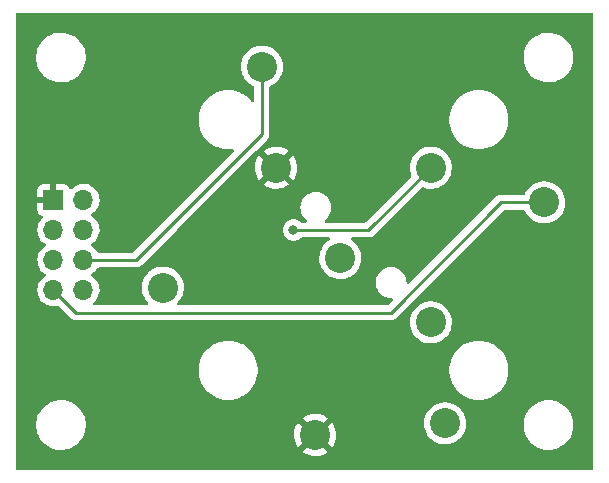
<source format=gbr>
%TF.GenerationSoftware,KiCad,Pcbnew,(6.0.0)*%
%TF.CreationDate,2021-12-29T20:26:28-08:00*%
%TF.ProjectId,enc_breakout,656e635f-6272-4656-916b-6f75742e6b69,rev?*%
%TF.SameCoordinates,Original*%
%TF.FileFunction,Copper,L2,Bot*%
%TF.FilePolarity,Positive*%
%FSLAX46Y46*%
G04 Gerber Fmt 4.6, Leading zero omitted, Abs format (unit mm)*
G04 Created by KiCad (PCBNEW (6.0.0)) date 2021-12-29 20:26:28*
%MOMM*%
%LPD*%
G01*
G04 APERTURE LIST*
%TA.AperFunction,ComponentPad*%
%ADD10C,2.540000*%
%TD*%
%TA.AperFunction,ComponentPad*%
%ADD11R,1.700000X1.700000*%
%TD*%
%TA.AperFunction,ComponentPad*%
%ADD12O,1.700000X1.700000*%
%TD*%
%TA.AperFunction,ViaPad*%
%ADD13C,0.800000*%
%TD*%
%TA.AperFunction,Conductor*%
%ADD14C,0.250000*%
%TD*%
G04 APERTURE END LIST*
D10*
%TO.P,X1,A,A*%
%TO.N,ENC_A*%
X156407809Y-97987809D03*
%TO.P,X1,B,B*%
%TO.N,ENC_B*%
X156407809Y-84892191D03*
%TO.P,X1,COM_A,COMA*%
%TO.N,GND*%
X143312191Y-84892191D03*
%TO.P,X1,COM_B,COM_B*%
X146607309Y-107519608D03*
%TO.P,X1,S1,1*%
%TO.N,ENC_BN*%
X148749842Y-92550158D03*
%TO.P,X1,S2,S2*%
%TO.N,ENC_DN*%
X157609890Y-106543801D03*
%TO.P,X1,S3,S3*%
%TO.N,ENC_RT*%
X166010319Y-87833755D03*
%TO.P,X1,S4,S4*%
%TO.N,ENC_UP*%
X142110110Y-76336199D03*
%TO.P,X1,S5,S5*%
%TO.N,ENC_LF*%
X133709681Y-95046245D03*
%TD*%
D11*
%TO.P,J1,1,Pin_1*%
%TO.N,GND*%
X124460000Y-87630000D03*
D12*
%TO.P,J1,2,Pin_2*%
%TO.N,ENC_BN*%
X127000000Y-87630000D03*
%TO.P,J1,3,Pin_3*%
%TO.N,ENC_B*%
X124460000Y-90170000D03*
%TO.P,J1,4,Pin_4*%
%TO.N,ENC_A*%
X127000000Y-90170000D03*
%TO.P,J1,5,Pin_5*%
%TO.N,ENC_LF*%
X124460000Y-92710000D03*
%TO.P,J1,6,Pin_6*%
%TO.N,ENC_UP*%
X127000000Y-92710000D03*
%TO.P,J1,7,Pin_7*%
%TO.N,ENC_RT*%
X124460000Y-95250000D03*
%TO.P,J1,8,Pin_8*%
%TO.N,ENC_DN*%
X127000000Y-95250000D03*
%TD*%
D13*
%TO.N,ENC_B*%
X144780000Y-90170000D03*
%TD*%
D14*
%TO.N,ENC_UP*%
X131445000Y-92710000D02*
X142110110Y-82044890D01*
X127000000Y-92710000D02*
X131445000Y-92710000D01*
X142110110Y-82044890D02*
X142110110Y-76336199D01*
%TO.N,ENC_B*%
X151130000Y-90170000D02*
X144780000Y-90170000D01*
X156407809Y-84892191D02*
X151130000Y-90170000D01*
%TO.N,ENC_RT*%
X162356245Y-87833755D02*
X166010319Y-87833755D01*
X153035000Y-97155000D02*
X162356245Y-87833755D01*
X126365000Y-97155000D02*
X153035000Y-97155000D01*
X124460000Y-95250000D02*
X126365000Y-97155000D01*
%TO.N,ENC_B*%
X124460000Y-90170000D02*
X124904726Y-90170000D01*
%TD*%
%TA.AperFunction,Conductor*%
%TO.N,GND*%
G36*
X170084121Y-71775002D02*
G01*
X170130614Y-71828658D01*
X170142000Y-71881000D01*
X170142000Y-110364000D01*
X170121998Y-110432121D01*
X170068342Y-110478614D01*
X170016000Y-110490000D01*
X121411000Y-110490000D01*
X121342879Y-110469998D01*
X121296386Y-110416342D01*
X121285000Y-110364000D01*
X121285000Y-108943050D01*
X145548612Y-108943050D01*
X145557326Y-108954570D01*
X145658703Y-109028904D01*
X145666602Y-109033840D01*
X145892210Y-109152538D01*
X145900759Y-109156255D01*
X146141422Y-109240298D01*
X146150431Y-109242712D01*
X146400881Y-109290262D01*
X146410136Y-109291316D01*
X146664866Y-109301325D01*
X146674180Y-109300999D01*
X146927579Y-109273248D01*
X146936756Y-109271547D01*
X147183269Y-109206645D01*
X147192089Y-109203608D01*
X147426306Y-109102981D01*
X147434578Y-109098674D01*
X147651345Y-108964535D01*
X147658888Y-108959055D01*
X147660581Y-108957622D01*
X147669019Y-108944819D01*
X147662954Y-108934463D01*
X146620121Y-107891630D01*
X146606177Y-107884016D01*
X146604344Y-107884147D01*
X146597729Y-107888398D01*
X145555270Y-108930857D01*
X145548612Y-108943050D01*
X121285000Y-108943050D01*
X121285000Y-106812703D01*
X122985743Y-106812703D01*
X123023268Y-107097734D01*
X123099129Y-107375036D01*
X123100813Y-107378984D01*
X123202392Y-107617130D01*
X123211923Y-107639476D01*
X123223693Y-107659142D01*
X123319303Y-107818894D01*
X123359561Y-107886161D01*
X123539313Y-108110528D01*
X123559475Y-108129661D01*
X123736795Y-108297931D01*
X123747851Y-108308423D01*
X123981317Y-108476186D01*
X123985112Y-108478195D01*
X123985113Y-108478196D01*
X124006869Y-108489715D01*
X124235392Y-108610712D01*
X124505373Y-108709511D01*
X124786264Y-108770755D01*
X124814841Y-108773004D01*
X125009282Y-108788307D01*
X125009291Y-108788307D01*
X125011739Y-108788500D01*
X125167271Y-108788500D01*
X125169407Y-108788354D01*
X125169418Y-108788354D01*
X125377548Y-108774165D01*
X125377554Y-108774164D01*
X125381825Y-108773873D01*
X125386020Y-108773004D01*
X125386022Y-108773004D01*
X125522583Y-108744724D01*
X125663342Y-108715574D01*
X125934343Y-108619607D01*
X126189812Y-108487750D01*
X126193313Y-108485289D01*
X126193317Y-108485287D01*
X126351228Y-108374305D01*
X126425023Y-108322441D01*
X126526358Y-108228275D01*
X126632479Y-108129661D01*
X126632481Y-108129658D01*
X126635622Y-108126740D01*
X126817713Y-107904268D01*
X126967927Y-107659142D01*
X127033384Y-107510028D01*
X127047616Y-107477607D01*
X144825158Y-107477607D01*
X144837389Y-107732227D01*
X144838526Y-107741487D01*
X144888256Y-107991502D01*
X144890750Y-108000495D01*
X144976887Y-108240405D01*
X144980687Y-108248940D01*
X145101340Y-108473485D01*
X145106354Y-108481356D01*
X145172463Y-108569887D01*
X145183723Y-108578337D01*
X145196141Y-108571566D01*
X146235287Y-107532420D01*
X146241665Y-107520740D01*
X146971717Y-107520740D01*
X146971848Y-107522573D01*
X146976099Y-107529188D01*
X148021695Y-108574784D01*
X148034075Y-108581544D01*
X148042416Y-108575300D01*
X148171700Y-108374305D01*
X148176147Y-108366114D01*
X148280845Y-108133693D01*
X148284040Y-108124915D01*
X148353232Y-107879576D01*
X148355090Y-107870447D01*
X148387453Y-107616052D01*
X148387934Y-107609766D01*
X148390212Y-107522768D01*
X148390061Y-107516459D01*
X148371056Y-107260718D01*
X148369679Y-107251512D01*
X148313418Y-107002870D01*
X148310694Y-106993959D01*
X148218299Y-106756366D01*
X148214288Y-106747957D01*
X148087791Y-106526635D01*
X148082578Y-106518906D01*
X148065400Y-106497115D01*
X155827014Y-106497115D01*
X155827238Y-106501781D01*
X155827238Y-106501786D01*
X155829408Y-106546961D01*
X155839697Y-106761153D01*
X155849951Y-106812703D01*
X155887778Y-107002870D01*
X155891268Y-107020417D01*
X155892847Y-107024815D01*
X155892849Y-107024822D01*
X155957704Y-107205457D01*
X155980594Y-107269211D01*
X155982811Y-107273337D01*
X156092569Y-107477607D01*
X156105712Y-107502068D01*
X156108507Y-107505812D01*
X156108509Y-107505814D01*
X156225735Y-107662799D01*
X156263875Y-107713874D01*
X156267182Y-107717152D01*
X156267187Y-107717158D01*
X156435509Y-107884016D01*
X156451608Y-107899975D01*
X156664786Y-108056284D01*
X156668921Y-108058460D01*
X156668925Y-108058462D01*
X156767887Y-108110528D01*
X156898726Y-108179366D01*
X157148290Y-108266517D01*
X157152883Y-108267389D01*
X157403405Y-108314952D01*
X157403408Y-108314952D01*
X157407994Y-108315823D01*
X157540064Y-108321013D01*
X157667465Y-108326019D01*
X157667471Y-108326019D01*
X157672133Y-108326202D01*
X157934905Y-108297423D01*
X157939416Y-108296235D01*
X157939418Y-108296235D01*
X158186014Y-108231312D01*
X158186016Y-108231311D01*
X158190537Y-108230121D01*
X158305081Y-108180909D01*
X158429119Y-108127618D01*
X158429121Y-108127617D01*
X158433413Y-108125773D01*
X158575808Y-108037656D01*
X158654222Y-107989132D01*
X158654224Y-107989131D01*
X158658197Y-107986672D01*
X158755537Y-107904268D01*
X158856386Y-107818894D01*
X158856388Y-107818892D01*
X158859953Y-107815874D01*
X159034246Y-107617130D01*
X159088734Y-107532420D01*
X159174721Y-107398737D01*
X159177249Y-107394807D01*
X159285820Y-107153789D01*
X159357573Y-106899371D01*
X159368599Y-106812703D01*
X164260743Y-106812703D01*
X164298268Y-107097734D01*
X164374129Y-107375036D01*
X164375813Y-107378984D01*
X164477392Y-107617130D01*
X164486923Y-107639476D01*
X164498693Y-107659142D01*
X164594303Y-107818894D01*
X164634561Y-107886161D01*
X164814313Y-108110528D01*
X164834475Y-108129661D01*
X165011795Y-108297931D01*
X165022851Y-108308423D01*
X165256317Y-108476186D01*
X165260112Y-108478195D01*
X165260113Y-108478196D01*
X165281869Y-108489715D01*
X165510392Y-108610712D01*
X165780373Y-108709511D01*
X166061264Y-108770755D01*
X166089841Y-108773004D01*
X166284282Y-108788307D01*
X166284291Y-108788307D01*
X166286739Y-108788500D01*
X166442271Y-108788500D01*
X166444407Y-108788354D01*
X166444418Y-108788354D01*
X166652548Y-108774165D01*
X166652554Y-108774164D01*
X166656825Y-108773873D01*
X166661020Y-108773004D01*
X166661022Y-108773004D01*
X166797583Y-108744724D01*
X166938342Y-108715574D01*
X167209343Y-108619607D01*
X167464812Y-108487750D01*
X167468313Y-108485289D01*
X167468317Y-108485287D01*
X167626228Y-108374305D01*
X167700023Y-108322441D01*
X167801358Y-108228275D01*
X167907479Y-108129661D01*
X167907481Y-108129658D01*
X167910622Y-108126740D01*
X168092713Y-107904268D01*
X168242927Y-107659142D01*
X168308384Y-107510028D01*
X168356757Y-107399830D01*
X168358483Y-107395898D01*
X168393396Y-107273337D01*
X168436068Y-107123534D01*
X168437244Y-107119406D01*
X168477751Y-106834784D01*
X168477845Y-106816951D01*
X168479235Y-106551583D01*
X168479235Y-106551576D01*
X168479257Y-106547297D01*
X168473266Y-106501786D01*
X168462190Y-106417660D01*
X168441732Y-106262266D01*
X168365871Y-105984964D01*
X168307546Y-105848224D01*
X168254763Y-105724476D01*
X168254761Y-105724472D01*
X168253077Y-105720524D01*
X168105439Y-105473839D01*
X167925687Y-105249472D01*
X167717149Y-105051577D01*
X167483683Y-104883814D01*
X167461843Y-104872250D01*
X167438654Y-104859972D01*
X167229608Y-104749288D01*
X166959627Y-104650489D01*
X166678736Y-104589245D01*
X166647685Y-104586801D01*
X166455718Y-104571693D01*
X166455709Y-104571693D01*
X166453261Y-104571500D01*
X166297729Y-104571500D01*
X166295593Y-104571646D01*
X166295582Y-104571646D01*
X166087452Y-104585835D01*
X166087446Y-104585836D01*
X166083175Y-104586127D01*
X166078980Y-104586996D01*
X166078978Y-104586996D01*
X165942417Y-104615276D01*
X165801658Y-104644426D01*
X165530657Y-104740393D01*
X165275188Y-104872250D01*
X165271687Y-104874711D01*
X165271683Y-104874713D01*
X165157582Y-104954905D01*
X165039977Y-105037559D01*
X164829378Y-105233260D01*
X164647287Y-105455732D01*
X164497073Y-105700858D01*
X164495347Y-105704791D01*
X164495346Y-105704792D01*
X164459124Y-105787309D01*
X164381517Y-105964102D01*
X164302756Y-106240594D01*
X164272485Y-106453296D01*
X164265584Y-106501786D01*
X164262249Y-106525216D01*
X164262227Y-106529505D01*
X164262226Y-106529512D01*
X164261013Y-106761153D01*
X164260743Y-106812703D01*
X159368599Y-106812703D01*
X159390933Y-106637141D01*
X159393377Y-106543801D01*
X159389247Y-106488220D01*
X159374133Y-106284837D01*
X159374132Y-106284833D01*
X159373787Y-106280185D01*
X159315447Y-106022360D01*
X159302514Y-105989103D01*
X159221332Y-105780343D01*
X159221331Y-105780341D01*
X159219639Y-105775990D01*
X159200982Y-105743346D01*
X159090787Y-105550546D01*
X159088468Y-105546488D01*
X158924815Y-105338895D01*
X158732275Y-105157771D01*
X158695102Y-105131983D01*
X158518916Y-105009759D01*
X158518911Y-105009756D01*
X158515078Y-105007097D01*
X158510887Y-105005030D01*
X158282184Y-104892246D01*
X158282181Y-104892245D01*
X158277996Y-104890181D01*
X158265938Y-104886321D01*
X158030682Y-104811015D01*
X158030684Y-104811015D01*
X158026237Y-104809592D01*
X157883715Y-104786381D01*
X157769943Y-104767852D01*
X157769942Y-104767852D01*
X157765331Y-104767101D01*
X157633171Y-104765371D01*
X157505688Y-104763702D01*
X157505685Y-104763702D01*
X157501011Y-104763641D01*
X157239082Y-104799287D01*
X157234592Y-104800596D01*
X157234586Y-104800597D01*
X157126622Y-104832066D01*
X156985300Y-104873258D01*
X156981053Y-104875216D01*
X156981050Y-104875217D01*
X156890840Y-104916805D01*
X156745238Y-104983928D01*
X156741329Y-104986491D01*
X156528085Y-105126300D01*
X156528080Y-105126304D01*
X156524172Y-105128866D01*
X156326957Y-105304887D01*
X156157926Y-105508125D01*
X156020791Y-105734115D01*
X156018985Y-105738423D01*
X156018984Y-105738424D01*
X155922619Y-105968230D01*
X155918567Y-105977892D01*
X155917416Y-105982424D01*
X155917415Y-105982427D01*
X155906116Y-106026917D01*
X155853498Y-106234102D01*
X155827014Y-106497115D01*
X148065400Y-106497115D01*
X148042942Y-106468627D01*
X148031018Y-106460157D01*
X148019483Y-106466644D01*
X146979331Y-107506796D01*
X146971717Y-107520740D01*
X146241665Y-107520740D01*
X146242901Y-107518476D01*
X146242770Y-107516643D01*
X146238519Y-107510028D01*
X145194428Y-106465937D01*
X145181120Y-106458670D01*
X145171081Y-106465792D01*
X145158742Y-106480628D01*
X145153327Y-106488220D01*
X145021085Y-106706148D01*
X145016847Y-106714465D01*
X144918270Y-106949543D01*
X144915309Y-106958393D01*
X144852564Y-107205457D01*
X144850942Y-107214654D01*
X144825403Y-107468281D01*
X144825158Y-107477607D01*
X127047616Y-107477607D01*
X127081757Y-107399830D01*
X127083483Y-107395898D01*
X127118396Y-107273337D01*
X127161068Y-107123534D01*
X127162244Y-107119406D01*
X127202751Y-106834784D01*
X127202845Y-106816951D01*
X127204235Y-106551583D01*
X127204235Y-106551576D01*
X127204257Y-106547297D01*
X127198266Y-106501786D01*
X127187190Y-106417660D01*
X127166732Y-106262266D01*
X127120690Y-106093965D01*
X145546079Y-106093965D01*
X145550652Y-106103741D01*
X146594497Y-107147586D01*
X146608441Y-107155200D01*
X146610274Y-107155069D01*
X146616889Y-107150818D01*
X147660099Y-106107608D01*
X147666483Y-106095918D01*
X147657071Y-106083807D01*
X147516085Y-105986000D01*
X147508050Y-105981267D01*
X147279415Y-105868517D01*
X147270782Y-105865029D01*
X147027984Y-105787309D01*
X147018933Y-105785136D01*
X146767318Y-105744158D01*
X146758029Y-105743346D01*
X146503137Y-105740009D01*
X146493826Y-105740579D01*
X146241236Y-105774955D01*
X146232117Y-105776893D01*
X145987393Y-105848224D01*
X145978640Y-105851496D01*
X145747146Y-105958216D01*
X145738991Y-105962736D01*
X145555216Y-106083224D01*
X145546079Y-106093965D01*
X127120690Y-106093965D01*
X127090871Y-105984964D01*
X127032546Y-105848224D01*
X126979763Y-105724476D01*
X126979761Y-105724472D01*
X126978077Y-105720524D01*
X126830439Y-105473839D01*
X126650687Y-105249472D01*
X126442149Y-105051577D01*
X126208683Y-104883814D01*
X126186843Y-104872250D01*
X126163654Y-104859972D01*
X125954608Y-104749288D01*
X125684627Y-104650489D01*
X125403736Y-104589245D01*
X125372685Y-104586801D01*
X125180718Y-104571693D01*
X125180709Y-104571693D01*
X125178261Y-104571500D01*
X125022729Y-104571500D01*
X125020593Y-104571646D01*
X125020582Y-104571646D01*
X124812452Y-104585835D01*
X124812446Y-104585836D01*
X124808175Y-104586127D01*
X124803980Y-104586996D01*
X124803978Y-104586996D01*
X124667417Y-104615276D01*
X124526658Y-104644426D01*
X124255657Y-104740393D01*
X124000188Y-104872250D01*
X123996687Y-104874711D01*
X123996683Y-104874713D01*
X123882582Y-104954905D01*
X123764977Y-105037559D01*
X123554378Y-105233260D01*
X123372287Y-105455732D01*
X123222073Y-105700858D01*
X123220347Y-105704791D01*
X123220346Y-105704792D01*
X123184124Y-105787309D01*
X123106517Y-105964102D01*
X123027756Y-106240594D01*
X122997485Y-106453296D01*
X122990584Y-106501786D01*
X122987249Y-106525216D01*
X122987227Y-106529505D01*
X122987226Y-106529512D01*
X122986013Y-106761153D01*
X122985743Y-106812703D01*
X121285000Y-106812703D01*
X121285000Y-102204423D01*
X136744898Y-102204423D01*
X136784458Y-102517577D01*
X136862955Y-102823304D01*
X136979151Y-103116781D01*
X137131214Y-103393381D01*
X137316744Y-103648742D01*
X137532816Y-103878835D01*
X137776023Y-104080034D01*
X138042529Y-104249164D01*
X138046108Y-104250848D01*
X138046115Y-104250852D01*
X138324542Y-104381869D01*
X138324546Y-104381871D01*
X138328132Y-104383558D01*
X138628326Y-104481097D01*
X138938378Y-104540243D01*
X139174560Y-104555102D01*
X139332236Y-104555102D01*
X139568418Y-104540243D01*
X139878470Y-104481097D01*
X140178664Y-104383558D01*
X140182250Y-104381871D01*
X140182254Y-104381869D01*
X140460681Y-104250852D01*
X140460688Y-104250848D01*
X140464267Y-104249164D01*
X140730773Y-104080034D01*
X140973980Y-103878835D01*
X141190052Y-103648742D01*
X141375582Y-103393381D01*
X141527645Y-103116781D01*
X141643841Y-102823304D01*
X141722338Y-102517577D01*
X141761898Y-102204423D01*
X157958102Y-102204423D01*
X157997662Y-102517577D01*
X158076159Y-102823304D01*
X158192355Y-103116781D01*
X158344418Y-103393381D01*
X158529948Y-103648742D01*
X158746020Y-103878835D01*
X158989227Y-104080034D01*
X159255733Y-104249164D01*
X159259312Y-104250848D01*
X159259319Y-104250852D01*
X159537746Y-104381869D01*
X159537750Y-104381871D01*
X159541336Y-104383558D01*
X159841530Y-104481097D01*
X160151582Y-104540243D01*
X160387764Y-104555102D01*
X160545440Y-104555102D01*
X160781622Y-104540243D01*
X161091674Y-104481097D01*
X161391868Y-104383558D01*
X161395454Y-104381871D01*
X161395458Y-104381869D01*
X161673885Y-104250852D01*
X161673892Y-104250848D01*
X161677471Y-104249164D01*
X161943977Y-104080034D01*
X162187184Y-103878835D01*
X162403256Y-103648742D01*
X162588786Y-103393381D01*
X162740849Y-103116781D01*
X162857045Y-102823304D01*
X162935542Y-102517577D01*
X162975102Y-102204423D01*
X162975102Y-101888781D01*
X162935542Y-101575627D01*
X162857045Y-101269900D01*
X162740849Y-100976423D01*
X162588786Y-100699823D01*
X162403256Y-100444462D01*
X162187184Y-100214369D01*
X161943977Y-100013170D01*
X161677471Y-99844040D01*
X161673892Y-99842356D01*
X161673885Y-99842352D01*
X161395458Y-99711335D01*
X161395454Y-99711333D01*
X161391868Y-99709646D01*
X161286224Y-99675320D01*
X161095450Y-99613334D01*
X161095452Y-99613334D01*
X161091674Y-99612107D01*
X160781622Y-99552961D01*
X160545440Y-99538102D01*
X160387764Y-99538102D01*
X160151582Y-99552961D01*
X159841530Y-99612107D01*
X159837752Y-99613334D01*
X159837754Y-99613334D01*
X159646981Y-99675320D01*
X159541336Y-99709646D01*
X159537750Y-99711333D01*
X159537746Y-99711335D01*
X159259319Y-99842352D01*
X159259312Y-99842356D01*
X159255733Y-99844040D01*
X158989227Y-100013170D01*
X158746020Y-100214369D01*
X158529948Y-100444462D01*
X158344418Y-100699823D01*
X158192355Y-100976423D01*
X158076159Y-101269900D01*
X157997662Y-101575627D01*
X157958102Y-101888781D01*
X157958102Y-102204423D01*
X141761898Y-102204423D01*
X141761898Y-101888781D01*
X141722338Y-101575627D01*
X141643841Y-101269900D01*
X141527645Y-100976423D01*
X141375582Y-100699823D01*
X141190052Y-100444462D01*
X140973980Y-100214369D01*
X140730773Y-100013170D01*
X140464267Y-99844040D01*
X140460688Y-99842356D01*
X140460681Y-99842352D01*
X140182254Y-99711335D01*
X140182250Y-99711333D01*
X140178664Y-99709646D01*
X140073020Y-99675320D01*
X139882246Y-99613334D01*
X139882248Y-99613334D01*
X139878470Y-99612107D01*
X139568418Y-99552961D01*
X139332236Y-99538102D01*
X139174560Y-99538102D01*
X138938378Y-99552961D01*
X138628326Y-99612107D01*
X138624548Y-99613334D01*
X138624550Y-99613334D01*
X138433777Y-99675320D01*
X138328132Y-99709646D01*
X138324546Y-99711333D01*
X138324542Y-99711335D01*
X138046115Y-99842352D01*
X138046108Y-99842356D01*
X138042529Y-99844040D01*
X137776023Y-100013170D01*
X137532816Y-100214369D01*
X137316744Y-100444462D01*
X137131214Y-100699823D01*
X136979151Y-100976423D01*
X136862955Y-101269900D01*
X136784458Y-101575627D01*
X136744898Y-101888781D01*
X136744898Y-102204423D01*
X121285000Y-102204423D01*
X121285000Y-97941123D01*
X154624933Y-97941123D01*
X154625157Y-97945789D01*
X154625157Y-97945794D01*
X154627327Y-97990969D01*
X154637616Y-98205161D01*
X154689187Y-98464425D01*
X154690766Y-98468823D01*
X154690768Y-98468830D01*
X154776930Y-98708810D01*
X154778513Y-98713219D01*
X154780730Y-98717345D01*
X154848110Y-98842745D01*
X154903631Y-98946076D01*
X154906426Y-98949820D01*
X154906428Y-98949822D01*
X154989552Y-99061138D01*
X155061794Y-99157882D01*
X155065101Y-99161160D01*
X155065106Y-99161166D01*
X155164688Y-99259882D01*
X155249527Y-99343983D01*
X155462705Y-99500292D01*
X155466840Y-99502468D01*
X155466844Y-99502470D01*
X155534570Y-99538102D01*
X155696645Y-99623374D01*
X155946209Y-99710525D01*
X155950802Y-99711397D01*
X156201324Y-99758960D01*
X156201327Y-99758960D01*
X156205913Y-99759831D01*
X156337982Y-99765020D01*
X156465384Y-99770027D01*
X156465390Y-99770027D01*
X156470052Y-99770210D01*
X156732824Y-99741431D01*
X156737335Y-99740243D01*
X156737337Y-99740243D01*
X156983933Y-99675320D01*
X156983935Y-99675319D01*
X156988456Y-99674129D01*
X157103000Y-99624917D01*
X157227038Y-99571626D01*
X157227040Y-99571625D01*
X157231332Y-99569781D01*
X157456116Y-99430680D01*
X157472597Y-99416728D01*
X157654305Y-99262902D01*
X157654307Y-99262900D01*
X157657872Y-99259882D01*
X157832165Y-99061138D01*
X157906176Y-98946076D01*
X157972640Y-98842745D01*
X157975168Y-98838815D01*
X158083739Y-98597797D01*
X158155492Y-98343379D01*
X158188852Y-98081149D01*
X158191296Y-97987809D01*
X158176780Y-97792474D01*
X158172052Y-97728845D01*
X158172051Y-97728841D01*
X158171706Y-97724193D01*
X158113366Y-97466368D01*
X158097837Y-97426435D01*
X158019251Y-97224351D01*
X158019250Y-97224349D01*
X158017558Y-97219998D01*
X157991344Y-97174132D01*
X157888706Y-96994554D01*
X157886387Y-96990496D01*
X157722734Y-96782903D01*
X157530194Y-96601779D01*
X157504602Y-96584025D01*
X157316835Y-96453767D01*
X157316830Y-96453764D01*
X157312997Y-96451105D01*
X157308806Y-96449038D01*
X157080103Y-96336254D01*
X157080100Y-96336253D01*
X157075915Y-96334189D01*
X157018959Y-96315957D01*
X156828601Y-96255023D01*
X156828603Y-96255023D01*
X156824156Y-96253600D01*
X156662299Y-96227240D01*
X156567862Y-96211860D01*
X156567861Y-96211860D01*
X156563250Y-96211109D01*
X156431090Y-96209379D01*
X156303607Y-96207710D01*
X156303604Y-96207710D01*
X156298930Y-96207649D01*
X156037001Y-96243295D01*
X156032511Y-96244604D01*
X156032505Y-96244605D01*
X155924541Y-96276074D01*
X155783219Y-96317266D01*
X155778972Y-96319224D01*
X155778969Y-96319225D01*
X155688759Y-96360813D01*
X155543157Y-96427936D01*
X155510971Y-96449038D01*
X155326004Y-96570308D01*
X155325999Y-96570312D01*
X155322091Y-96572874D01*
X155124876Y-96748895D01*
X154955845Y-96952133D01*
X154818710Y-97178123D01*
X154716486Y-97421900D01*
X154715335Y-97426432D01*
X154715334Y-97426435D01*
X154704035Y-97470925D01*
X154651417Y-97678110D01*
X154624933Y-97941123D01*
X121285000Y-97941123D01*
X121285000Y-95216695D01*
X123097251Y-95216695D01*
X123097548Y-95221848D01*
X123097548Y-95221851D01*
X123103011Y-95316590D01*
X123110110Y-95439715D01*
X123111247Y-95444761D01*
X123111248Y-95444767D01*
X123115080Y-95461770D01*
X123159222Y-95657639D01*
X123243266Y-95864616D01*
X123245965Y-95869020D01*
X123331290Y-96008258D01*
X123359987Y-96055088D01*
X123506250Y-96223938D01*
X123678126Y-96366632D01*
X123871000Y-96479338D01*
X123875825Y-96481180D01*
X123875826Y-96481181D01*
X123896606Y-96489116D01*
X124079692Y-96559030D01*
X124084760Y-96560061D01*
X124084763Y-96560062D01*
X124163057Y-96575991D01*
X124298597Y-96603567D01*
X124303772Y-96603757D01*
X124303774Y-96603757D01*
X124516673Y-96611564D01*
X124516677Y-96611564D01*
X124521837Y-96611753D01*
X124526957Y-96611097D01*
X124526959Y-96611097D01*
X124738288Y-96584025D01*
X124738289Y-96584025D01*
X124743416Y-96583368D01*
X124748367Y-96581883D01*
X124748370Y-96581882D01*
X124789829Y-96569444D01*
X124860825Y-96569028D01*
X124915129Y-96601033D01*
X125861359Y-97547264D01*
X125868888Y-97555538D01*
X125873000Y-97562018D01*
X125878777Y-97567443D01*
X125922651Y-97608643D01*
X125925493Y-97611398D01*
X125945230Y-97631135D01*
X125948427Y-97633615D01*
X125957447Y-97641318D01*
X125989679Y-97671586D01*
X125996625Y-97675405D01*
X125996628Y-97675407D01*
X126007434Y-97681348D01*
X126023953Y-97692199D01*
X126039959Y-97704614D01*
X126047228Y-97707759D01*
X126047232Y-97707762D01*
X126080537Y-97722174D01*
X126091187Y-97727391D01*
X126129940Y-97748695D01*
X126137615Y-97750666D01*
X126137616Y-97750666D01*
X126149562Y-97753733D01*
X126168267Y-97760137D01*
X126186855Y-97768181D01*
X126194678Y-97769420D01*
X126194688Y-97769423D01*
X126230524Y-97775099D01*
X126242144Y-97777505D01*
X126273959Y-97785673D01*
X126284970Y-97788500D01*
X126305224Y-97788500D01*
X126324934Y-97790051D01*
X126344943Y-97793220D01*
X126352835Y-97792474D01*
X126371580Y-97790702D01*
X126388962Y-97789059D01*
X126400819Y-97788500D01*
X152956233Y-97788500D01*
X152967416Y-97789027D01*
X152974909Y-97790702D01*
X152982835Y-97790453D01*
X152982836Y-97790453D01*
X153042986Y-97788562D01*
X153046945Y-97788500D01*
X153074856Y-97788500D01*
X153078791Y-97788003D01*
X153078856Y-97787995D01*
X153090693Y-97787062D01*
X153122951Y-97786048D01*
X153126970Y-97785922D01*
X153134889Y-97785673D01*
X153154343Y-97780021D01*
X153173700Y-97776013D01*
X153185930Y-97774468D01*
X153185931Y-97774468D01*
X153193797Y-97773474D01*
X153201168Y-97770555D01*
X153201170Y-97770555D01*
X153234912Y-97757196D01*
X153246142Y-97753351D01*
X153280983Y-97743229D01*
X153280984Y-97743229D01*
X153288593Y-97741018D01*
X153295412Y-97736985D01*
X153295417Y-97736983D01*
X153306028Y-97730707D01*
X153323776Y-97722012D01*
X153342617Y-97714552D01*
X153378387Y-97688564D01*
X153388307Y-97682048D01*
X153419535Y-97663580D01*
X153419538Y-97663578D01*
X153426362Y-97659542D01*
X153440683Y-97645221D01*
X153455717Y-97632380D01*
X153465694Y-97625131D01*
X153472107Y-97620472D01*
X153500298Y-97586395D01*
X153508288Y-97577616D01*
X162581745Y-88504160D01*
X162644057Y-88470134D01*
X162670840Y-88467255D01*
X164259388Y-88467255D01*
X164327509Y-88487257D01*
X164374002Y-88540913D01*
X164377970Y-88550663D01*
X164381023Y-88559165D01*
X164383240Y-88563291D01*
X164483155Y-88749242D01*
X164506141Y-88792022D01*
X164508936Y-88795766D01*
X164508938Y-88795768D01*
X164641513Y-88973307D01*
X164664304Y-89003828D01*
X164667611Y-89007106D01*
X164667616Y-89007112D01*
X164848721Y-89186642D01*
X164852037Y-89189929D01*
X165065215Y-89346238D01*
X165069350Y-89348414D01*
X165069354Y-89348416D01*
X165158926Y-89395542D01*
X165299155Y-89469320D01*
X165375684Y-89496045D01*
X165480675Y-89532709D01*
X165548719Y-89556471D01*
X165553312Y-89557343D01*
X165803834Y-89604906D01*
X165803837Y-89604906D01*
X165808423Y-89605777D01*
X165940492Y-89610966D01*
X166067894Y-89615973D01*
X166067900Y-89615973D01*
X166072562Y-89616156D01*
X166335334Y-89587377D01*
X166339845Y-89586189D01*
X166339847Y-89586189D01*
X166586443Y-89521266D01*
X166586445Y-89521265D01*
X166590966Y-89520075D01*
X166603661Y-89514621D01*
X166829548Y-89417572D01*
X166829550Y-89417571D01*
X166833842Y-89415727D01*
X166994347Y-89316403D01*
X167054651Y-89279086D01*
X167054653Y-89279085D01*
X167058626Y-89276626D01*
X167077888Y-89260320D01*
X167256815Y-89108848D01*
X167256817Y-89108846D01*
X167260382Y-89105828D01*
X167434675Y-88907084D01*
X167439783Y-88899144D01*
X167575150Y-88688691D01*
X167577678Y-88684761D01*
X167686249Y-88443743D01*
X167758002Y-88189325D01*
X167777582Y-88035412D01*
X167790964Y-87930226D01*
X167790964Y-87930220D01*
X167791362Y-87927095D01*
X167791599Y-87918069D01*
X167793723Y-87836915D01*
X167793806Y-87833755D01*
X167791580Y-87803794D01*
X167774562Y-87574791D01*
X167774561Y-87574787D01*
X167774216Y-87570139D01*
X167715876Y-87312314D01*
X167711162Y-87300191D01*
X167621761Y-87070297D01*
X167621760Y-87070295D01*
X167620068Y-87065944D01*
X167593854Y-87020078D01*
X167491216Y-86840500D01*
X167488897Y-86836442D01*
X167325244Y-86628849D01*
X167132704Y-86447725D01*
X167095531Y-86421937D01*
X166919345Y-86299713D01*
X166919340Y-86299710D01*
X166915507Y-86297051D01*
X166911316Y-86294984D01*
X166682613Y-86182200D01*
X166682610Y-86182199D01*
X166678425Y-86180135D01*
X166621469Y-86161903D01*
X166431111Y-86100969D01*
X166431113Y-86100969D01*
X166426666Y-86099546D01*
X166284144Y-86076335D01*
X166170372Y-86057806D01*
X166170371Y-86057806D01*
X166165760Y-86057055D01*
X166033600Y-86055325D01*
X165906117Y-86053656D01*
X165906114Y-86053656D01*
X165901440Y-86053595D01*
X165639511Y-86089241D01*
X165635021Y-86090550D01*
X165635015Y-86090551D01*
X165527051Y-86122020D01*
X165385729Y-86163212D01*
X165381482Y-86165170D01*
X165381479Y-86165171D01*
X165291269Y-86206759D01*
X165145667Y-86273882D01*
X165120906Y-86290116D01*
X164928514Y-86416254D01*
X164928509Y-86416258D01*
X164924601Y-86418820D01*
X164921109Y-86421937D01*
X164747751Y-86576665D01*
X164727386Y-86594841D01*
X164558355Y-86798079D01*
X164421220Y-87024069D01*
X164419413Y-87028377D01*
X164419411Y-87028382D01*
X164379743Y-87122980D01*
X164334955Y-87178066D01*
X164263546Y-87200255D01*
X162435012Y-87200255D01*
X162423829Y-87199728D01*
X162416336Y-87198053D01*
X162408410Y-87198302D01*
X162408409Y-87198302D01*
X162348259Y-87200193D01*
X162344300Y-87200255D01*
X162316389Y-87200255D01*
X162312455Y-87200752D01*
X162312454Y-87200752D01*
X162312389Y-87200760D01*
X162300552Y-87201693D01*
X162268735Y-87202693D01*
X162264274Y-87202833D01*
X162256355Y-87203082D01*
X162238699Y-87208211D01*
X162236903Y-87208733D01*
X162217551Y-87212741D01*
X162210480Y-87213635D01*
X162197448Y-87215281D01*
X162190079Y-87218198D01*
X162190077Y-87218199D01*
X162156342Y-87231555D01*
X162145114Y-87235400D01*
X162102652Y-87247737D01*
X162095829Y-87251772D01*
X162095827Y-87251773D01*
X162085217Y-87258048D01*
X162067469Y-87266743D01*
X162048628Y-87274203D01*
X162042212Y-87278865D01*
X162042211Y-87278865D01*
X162012858Y-87300191D01*
X162002938Y-87306707D01*
X161971710Y-87325175D01*
X161971707Y-87325177D01*
X161964883Y-87329213D01*
X161950562Y-87343534D01*
X161935529Y-87356374D01*
X161919138Y-87368283D01*
X161914087Y-87374389D01*
X161890947Y-87402360D01*
X161882957Y-87411139D01*
X154569909Y-94724186D01*
X154507597Y-94758212D01*
X154436782Y-94753147D01*
X154379946Y-94710600D01*
X154355135Y-94644080D01*
X154355223Y-94632963D01*
X154355000Y-94632963D01*
X154355000Y-94627456D01*
X154355479Y-94621981D01*
X154335524Y-94393894D01*
X154305753Y-94282787D01*
X154277688Y-94178048D01*
X154277687Y-94178046D01*
X154276265Y-94172738D01*
X154258190Y-94133975D01*
X154181830Y-93970219D01*
X154181827Y-93970214D01*
X154179504Y-93965232D01*
X154080141Y-93823327D01*
X154051338Y-93782192D01*
X154051336Y-93782189D01*
X154048179Y-93777681D01*
X153886281Y-93615783D01*
X153881773Y-93612626D01*
X153881770Y-93612624D01*
X153803592Y-93557883D01*
X153698730Y-93484458D01*
X153693748Y-93482135D01*
X153693743Y-93482132D01*
X153496206Y-93390020D01*
X153496205Y-93390020D01*
X153491224Y-93387697D01*
X153485916Y-93386275D01*
X153485914Y-93386274D01*
X153275383Y-93329862D01*
X153275381Y-93329862D01*
X153270068Y-93328438D01*
X153170501Y-93319727D01*
X153101832Y-93313719D01*
X153101825Y-93313719D01*
X153099108Y-93313481D01*
X152984854Y-93313481D01*
X152982137Y-93313719D01*
X152982130Y-93313719D01*
X152913461Y-93319727D01*
X152813894Y-93328438D01*
X152808581Y-93329862D01*
X152808579Y-93329862D01*
X152598048Y-93386274D01*
X152598046Y-93386275D01*
X152592738Y-93387697D01*
X152587757Y-93390020D01*
X152587756Y-93390020D01*
X152390219Y-93482132D01*
X152390214Y-93482135D01*
X152385232Y-93484458D01*
X152280370Y-93557883D01*
X152202192Y-93612624D01*
X152202189Y-93612626D01*
X152197681Y-93615783D01*
X152035783Y-93777681D01*
X152032626Y-93782189D01*
X152032624Y-93782192D01*
X152003821Y-93823327D01*
X151904458Y-93965232D01*
X151902135Y-93970214D01*
X151902132Y-93970219D01*
X151825772Y-94133975D01*
X151807697Y-94172738D01*
X151806275Y-94178046D01*
X151806274Y-94178048D01*
X151778209Y-94282787D01*
X151748438Y-94393894D01*
X151728483Y-94621981D01*
X151748438Y-94850068D01*
X151749862Y-94855381D01*
X151749862Y-94855383D01*
X151801851Y-95049405D01*
X151807697Y-95071224D01*
X151810020Y-95076205D01*
X151810020Y-95076206D01*
X151902132Y-95273743D01*
X151902135Y-95273748D01*
X151904458Y-95278730D01*
X151977883Y-95383592D01*
X152020719Y-95444767D01*
X152035783Y-95466281D01*
X152197681Y-95628179D01*
X152202189Y-95631336D01*
X152202192Y-95631338D01*
X152231305Y-95651723D01*
X152385232Y-95759504D01*
X152390214Y-95761827D01*
X152390219Y-95761830D01*
X152587756Y-95853942D01*
X152592738Y-95856265D01*
X152598046Y-95857687D01*
X152598048Y-95857688D01*
X152808579Y-95914100D01*
X152808581Y-95914100D01*
X152813894Y-95915524D01*
X152913461Y-95924235D01*
X152982130Y-95930243D01*
X152982137Y-95930243D01*
X152984854Y-95930481D01*
X153059424Y-95930481D01*
X153127545Y-95950483D01*
X153174038Y-96004139D01*
X153184142Y-96074413D01*
X153154648Y-96138993D01*
X153148519Y-96145576D01*
X152809500Y-96484595D01*
X152747188Y-96518621D01*
X152720405Y-96521500D01*
X135059646Y-96521500D01*
X134991525Y-96501498D01*
X134945032Y-96447842D01*
X134934928Y-96377568D01*
X134964914Y-96312423D01*
X135121834Y-96133489D01*
X135134037Y-96119574D01*
X135178346Y-96050689D01*
X135274512Y-95901181D01*
X135277040Y-95897251D01*
X135385611Y-95656233D01*
X135457364Y-95401815D01*
X135472449Y-95283238D01*
X135490326Y-95142716D01*
X135490326Y-95142710D01*
X135490724Y-95139585D01*
X135493168Y-95046245D01*
X135478590Y-94850068D01*
X135473924Y-94787281D01*
X135473923Y-94787277D01*
X135473578Y-94782629D01*
X135415238Y-94524804D01*
X135399709Y-94484871D01*
X135321123Y-94282787D01*
X135321122Y-94282785D01*
X135319430Y-94278434D01*
X135304923Y-94253051D01*
X135236865Y-94133975D01*
X135188259Y-94048932D01*
X135024606Y-93841339D01*
X134832066Y-93660215D01*
X134794893Y-93634427D01*
X134618707Y-93512203D01*
X134618702Y-93512200D01*
X134614869Y-93509541D01*
X134610678Y-93507474D01*
X134381975Y-93394690D01*
X134381972Y-93394689D01*
X134377787Y-93392625D01*
X134354417Y-93385144D01*
X134224321Y-93343500D01*
X134126028Y-93312036D01*
X133902105Y-93275568D01*
X133869734Y-93270296D01*
X133869733Y-93270296D01*
X133865122Y-93269545D01*
X133732962Y-93267815D01*
X133605479Y-93266146D01*
X133605476Y-93266146D01*
X133600802Y-93266085D01*
X133338873Y-93301731D01*
X133334383Y-93303040D01*
X133334377Y-93303041D01*
X133247122Y-93328474D01*
X133085091Y-93375702D01*
X133080844Y-93377660D01*
X133080841Y-93377661D01*
X132997077Y-93416277D01*
X132845029Y-93486372D01*
X132841120Y-93488935D01*
X132627876Y-93628744D01*
X132627871Y-93628748D01*
X132623963Y-93631310D01*
X132620471Y-93634427D01*
X132493751Y-93747529D01*
X132426748Y-93807331D01*
X132257717Y-94010569D01*
X132120582Y-94236559D01*
X132118776Y-94240867D01*
X132118775Y-94240868D01*
X132042562Y-94422617D01*
X132018358Y-94480336D01*
X132017207Y-94484868D01*
X132017206Y-94484871D01*
X132005907Y-94529361D01*
X131953289Y-94736546D01*
X131926805Y-94999559D01*
X131927029Y-95004225D01*
X131927029Y-95004230D01*
X131929199Y-95049405D01*
X131939488Y-95263597D01*
X131943395Y-95283238D01*
X131980580Y-95470178D01*
X131991059Y-95522861D01*
X131992638Y-95527259D01*
X131992640Y-95527266D01*
X132041167Y-95662425D01*
X132080385Y-95771655D01*
X132082602Y-95775781D01*
X132179586Y-95956277D01*
X132205503Y-96004512D01*
X132208298Y-96008256D01*
X132208300Y-96008258D01*
X132359776Y-96211109D01*
X132363666Y-96216318D01*
X132366980Y-96219603D01*
X132366985Y-96219609D01*
X132454150Y-96306016D01*
X132488447Y-96368179D01*
X132483692Y-96439016D01*
X132441394Y-96496037D01*
X132374983Y-96521139D01*
X132365445Y-96521500D01*
X127950577Y-96521500D01*
X127882456Y-96501498D01*
X127835963Y-96447842D01*
X127825859Y-96377568D01*
X127855353Y-96312988D01*
X127871989Y-96297853D01*
X127871702Y-96297513D01*
X127875657Y-96294171D01*
X127879860Y-96291173D01*
X128038096Y-96133489D01*
X128050918Y-96115646D01*
X128165435Y-95956277D01*
X128168453Y-95952077D01*
X128179127Y-95930481D01*
X128265136Y-95756453D01*
X128265137Y-95756451D01*
X128267430Y-95751811D01*
X128332370Y-95538069D01*
X128361529Y-95316590D01*
X128363156Y-95250000D01*
X128344852Y-95027361D01*
X128290431Y-94810702D01*
X128201354Y-94605840D01*
X128161906Y-94544862D01*
X128082822Y-94422617D01*
X128082820Y-94422614D01*
X128080014Y-94418277D01*
X127929670Y-94253051D01*
X127925619Y-94249852D01*
X127925615Y-94249848D01*
X127758414Y-94117800D01*
X127758410Y-94117798D01*
X127754359Y-94114598D01*
X127713053Y-94091796D01*
X127663084Y-94041364D01*
X127648312Y-93971921D01*
X127673428Y-93905516D01*
X127700780Y-93878909D01*
X127757937Y-93838139D01*
X127879860Y-93751173D01*
X127914664Y-93716491D01*
X127997015Y-93634427D01*
X128038096Y-93593489D01*
X128097594Y-93510689D01*
X128165435Y-93416277D01*
X128168453Y-93412077D01*
X128170746Y-93407437D01*
X128172446Y-93404608D01*
X128224674Y-93356518D01*
X128280451Y-93343500D01*
X131366233Y-93343500D01*
X131377416Y-93344027D01*
X131384909Y-93345702D01*
X131392835Y-93345453D01*
X131392836Y-93345453D01*
X131452986Y-93343562D01*
X131456945Y-93343500D01*
X131484856Y-93343500D01*
X131488791Y-93343003D01*
X131488856Y-93342995D01*
X131500693Y-93342062D01*
X131532951Y-93341048D01*
X131536970Y-93340922D01*
X131544889Y-93340673D01*
X131564343Y-93335021D01*
X131583700Y-93331013D01*
X131595930Y-93329468D01*
X131595931Y-93329468D01*
X131603797Y-93328474D01*
X131611168Y-93325555D01*
X131611170Y-93325555D01*
X131644912Y-93312196D01*
X131656142Y-93308351D01*
X131690983Y-93298229D01*
X131690984Y-93298229D01*
X131698593Y-93296018D01*
X131705412Y-93291985D01*
X131705417Y-93291983D01*
X131716028Y-93285707D01*
X131733776Y-93277012D01*
X131752617Y-93269552D01*
X131788387Y-93243564D01*
X131798307Y-93237048D01*
X131829535Y-93218580D01*
X131829538Y-93218578D01*
X131836362Y-93214542D01*
X131850683Y-93200221D01*
X131865717Y-93187380D01*
X131875694Y-93180131D01*
X131882107Y-93175472D01*
X131910298Y-93141395D01*
X131918288Y-93132616D01*
X134880904Y-90170000D01*
X143866496Y-90170000D01*
X143867186Y-90176565D01*
X143873844Y-90239908D01*
X143886458Y-90359928D01*
X143945473Y-90541556D01*
X143948776Y-90547278D01*
X143948777Y-90547279D01*
X143969069Y-90582425D01*
X144040960Y-90706944D01*
X144045378Y-90711851D01*
X144045379Y-90711852D01*
X144145909Y-90823502D01*
X144168747Y-90848866D01*
X144323248Y-90961118D01*
X144329276Y-90963802D01*
X144329278Y-90963803D01*
X144363389Y-90978990D01*
X144497712Y-91038794D01*
X144584009Y-91057137D01*
X144678056Y-91077128D01*
X144678061Y-91077128D01*
X144684513Y-91078500D01*
X144875487Y-91078500D01*
X144881939Y-91077128D01*
X144881944Y-91077128D01*
X144975991Y-91057137D01*
X145062288Y-91038794D01*
X145196611Y-90978990D01*
X145230722Y-90963803D01*
X145230724Y-90963802D01*
X145236752Y-90961118D01*
X145391253Y-90848866D01*
X145395668Y-90843963D01*
X145400580Y-90839540D01*
X145401705Y-90840789D01*
X145455014Y-90807949D01*
X145488200Y-90803500D01*
X147748099Y-90803500D01*
X147816220Y-90823502D01*
X147862713Y-90877158D01*
X147872817Y-90947432D01*
X147843323Y-91012012D01*
X147817184Y-91034872D01*
X147668037Y-91132657D01*
X147668032Y-91132661D01*
X147664124Y-91135223D01*
X147466909Y-91311244D01*
X147297878Y-91514482D01*
X147160743Y-91740472D01*
X147158937Y-91744780D01*
X147158936Y-91744781D01*
X147101137Y-91882617D01*
X147058519Y-91984249D01*
X147057368Y-91988781D01*
X147057367Y-91988784D01*
X147035821Y-92073621D01*
X146993450Y-92240459D01*
X146966966Y-92503472D01*
X146967190Y-92508138D01*
X146967190Y-92508143D01*
X146969360Y-92553318D01*
X146979649Y-92767510D01*
X147031220Y-93026774D01*
X147032799Y-93031172D01*
X147032801Y-93031179D01*
X147088883Y-93187380D01*
X147120546Y-93275568D01*
X147125994Y-93285707D01*
X147235192Y-93488935D01*
X147245664Y-93508425D01*
X147248459Y-93512169D01*
X147248461Y-93512171D01*
X147339754Y-93634427D01*
X147403827Y-93720231D01*
X147407134Y-93723509D01*
X147407139Y-93723515D01*
X147565901Y-93880896D01*
X147591560Y-93906332D01*
X147595327Y-93909094D01*
X147595328Y-93909095D01*
X147681012Y-93971921D01*
X147804738Y-94062641D01*
X147808873Y-94064817D01*
X147808877Y-94064819D01*
X147903492Y-94114598D01*
X148038678Y-94185723D01*
X148288242Y-94272874D01*
X148292835Y-94273746D01*
X148543357Y-94321309D01*
X148543360Y-94321309D01*
X148547946Y-94322180D01*
X148680016Y-94327370D01*
X148807417Y-94332376D01*
X148807423Y-94332376D01*
X148812085Y-94332559D01*
X149074857Y-94303780D01*
X149079368Y-94302592D01*
X149079370Y-94302592D01*
X149325966Y-94237669D01*
X149325968Y-94237668D01*
X149330489Y-94236478D01*
X149445033Y-94187266D01*
X149569071Y-94133975D01*
X149569073Y-94133974D01*
X149573365Y-94132130D01*
X149798149Y-93993029D01*
X149883099Y-93921114D01*
X149996338Y-93825251D01*
X149996340Y-93825249D01*
X149999905Y-93822231D01*
X150174198Y-93623487D01*
X150179154Y-93615783D01*
X150309570Y-93413028D01*
X150317201Y-93401164D01*
X150425772Y-93160146D01*
X150497525Y-92905728D01*
X150530885Y-92643498D01*
X150533329Y-92550158D01*
X150513739Y-92286542D01*
X150455399Y-92028717D01*
X150439870Y-91988784D01*
X150361284Y-91786700D01*
X150361283Y-91786698D01*
X150359591Y-91782347D01*
X150333377Y-91736481D01*
X150239427Y-91572104D01*
X150228420Y-91552845D01*
X150064767Y-91345252D01*
X149872227Y-91164128D01*
X149826862Y-91132657D01*
X149683246Y-91033028D01*
X149638675Y-90977765D01*
X149631058Y-90907178D01*
X149662812Y-90843678D01*
X149723856Y-90807426D01*
X149755065Y-90803500D01*
X151051233Y-90803500D01*
X151062416Y-90804027D01*
X151069909Y-90805702D01*
X151077835Y-90805453D01*
X151077836Y-90805453D01*
X151137986Y-90803562D01*
X151141945Y-90803500D01*
X151169856Y-90803500D01*
X151173791Y-90803003D01*
X151173856Y-90802995D01*
X151185693Y-90802062D01*
X151217951Y-90801048D01*
X151221970Y-90800922D01*
X151229889Y-90800673D01*
X151249343Y-90795021D01*
X151268700Y-90791013D01*
X151280930Y-90789468D01*
X151280931Y-90789468D01*
X151288797Y-90788474D01*
X151296168Y-90785555D01*
X151296170Y-90785555D01*
X151329912Y-90772196D01*
X151341142Y-90768351D01*
X151375983Y-90758229D01*
X151375984Y-90758229D01*
X151383593Y-90756018D01*
X151390412Y-90751985D01*
X151390417Y-90751983D01*
X151401028Y-90745707D01*
X151418776Y-90737012D01*
X151437617Y-90729552D01*
X151473387Y-90703564D01*
X151483307Y-90697048D01*
X151514535Y-90678580D01*
X151514538Y-90678578D01*
X151521362Y-90674542D01*
X151535683Y-90660221D01*
X151550717Y-90647380D01*
X151560694Y-90640131D01*
X151567107Y-90635472D01*
X151595298Y-90601395D01*
X151603288Y-90592616D01*
X155619581Y-86576324D01*
X155681893Y-86542298D01*
X155750217Y-86546464D01*
X155933976Y-86610635D01*
X155946209Y-86614907D01*
X155950802Y-86615779D01*
X156201324Y-86663342D01*
X156201327Y-86663342D01*
X156205913Y-86664213D01*
X156337983Y-86669403D01*
X156465384Y-86674409D01*
X156465390Y-86674409D01*
X156470052Y-86674592D01*
X156732824Y-86645813D01*
X156737335Y-86644625D01*
X156737337Y-86644625D01*
X156983933Y-86579702D01*
X156983935Y-86579701D01*
X156988456Y-86578511D01*
X156992753Y-86576665D01*
X157227038Y-86476008D01*
X157227040Y-86476007D01*
X157231332Y-86474163D01*
X157456116Y-86335062D01*
X157530170Y-86272371D01*
X157654305Y-86167284D01*
X157654307Y-86167282D01*
X157657872Y-86164264D01*
X157832165Y-85965520D01*
X157839494Y-85954127D01*
X157972640Y-85747127D01*
X157975168Y-85743197D01*
X158083739Y-85502179D01*
X158155492Y-85247761D01*
X158188852Y-84985531D01*
X158188936Y-84982349D01*
X158190224Y-84933134D01*
X158191296Y-84892191D01*
X158171706Y-84628575D01*
X158113366Y-84370750D01*
X158097837Y-84330817D01*
X158019251Y-84128733D01*
X158019250Y-84128731D01*
X158017558Y-84124380D01*
X157991468Y-84078731D01*
X157969184Y-84039743D01*
X157886387Y-83894878D01*
X157722734Y-83687285D01*
X157530194Y-83506161D01*
X157492758Y-83480191D01*
X157316835Y-83358149D01*
X157316830Y-83358146D01*
X157312997Y-83355487D01*
X157308806Y-83353420D01*
X157080103Y-83240636D01*
X157080100Y-83240635D01*
X157075915Y-83238571D01*
X157020421Y-83220807D01*
X156862806Y-83170354D01*
X156824156Y-83157982D01*
X156681634Y-83134771D01*
X156567862Y-83116242D01*
X156567861Y-83116242D01*
X156563250Y-83115491D01*
X156431090Y-83113761D01*
X156303607Y-83112092D01*
X156303604Y-83112092D01*
X156298930Y-83112031D01*
X156037001Y-83147677D01*
X156032511Y-83148986D01*
X156032505Y-83148987D01*
X155924541Y-83180456D01*
X155783219Y-83221648D01*
X155778972Y-83223606D01*
X155778969Y-83223607D01*
X155741024Y-83241100D01*
X155543157Y-83332318D01*
X155539248Y-83334881D01*
X155326004Y-83474690D01*
X155325999Y-83474694D01*
X155322091Y-83477256D01*
X155124876Y-83653277D01*
X154955845Y-83856515D01*
X154818710Y-84082505D01*
X154816904Y-84086813D01*
X154816903Y-84086814D01*
X154802761Y-84120540D01*
X154716486Y-84326282D01*
X154715335Y-84330814D01*
X154715334Y-84330817D01*
X154704035Y-84375307D01*
X154651417Y-84582492D01*
X154624933Y-84845505D01*
X154625157Y-84850171D01*
X154625157Y-84850176D01*
X154627230Y-84893323D01*
X154637616Y-85109543D01*
X154638529Y-85114131D01*
X154688248Y-85364085D01*
X154689187Y-85368807D01*
X154753628Y-85548291D01*
X154757822Y-85619161D01*
X154724135Y-85679961D01*
X150904500Y-89499595D01*
X150842188Y-89533621D01*
X150815405Y-89536500D01*
X147533080Y-89536500D01*
X147464959Y-89516498D01*
X147418466Y-89462842D01*
X147408362Y-89392568D01*
X147437856Y-89327988D01*
X147460809Y-89307287D01*
X147517808Y-89267376D01*
X147517811Y-89267374D01*
X147522319Y-89264217D01*
X147684217Y-89102319D01*
X147815542Y-88914768D01*
X147817865Y-88909786D01*
X147817868Y-88909781D01*
X147909980Y-88712244D01*
X147909980Y-88712243D01*
X147912303Y-88707262D01*
X147956877Y-88540913D01*
X147970138Y-88491421D01*
X147970138Y-88491419D01*
X147971562Y-88486106D01*
X147991517Y-88258019D01*
X147971562Y-88029932D01*
X147934031Y-87889865D01*
X147913726Y-87814086D01*
X147913725Y-87814084D01*
X147912303Y-87808776D01*
X147888626Y-87758000D01*
X147817868Y-87606257D01*
X147817865Y-87606252D01*
X147815542Y-87601270D01*
X147684217Y-87413719D01*
X147522319Y-87251821D01*
X147517811Y-87248664D01*
X147517808Y-87248662D01*
X147390193Y-87159305D01*
X147334768Y-87120496D01*
X147329786Y-87118173D01*
X147329781Y-87118170D01*
X147132244Y-87026058D01*
X147132243Y-87026058D01*
X147127262Y-87023735D01*
X147121954Y-87022313D01*
X147121952Y-87022312D01*
X146911421Y-86965900D01*
X146911419Y-86965900D01*
X146906106Y-86964476D01*
X146806539Y-86955765D01*
X146737870Y-86949757D01*
X146737863Y-86949757D01*
X146735146Y-86949519D01*
X146620892Y-86949519D01*
X146618175Y-86949757D01*
X146618168Y-86949757D01*
X146549499Y-86955765D01*
X146449932Y-86964476D01*
X146444619Y-86965900D01*
X146444617Y-86965900D01*
X146234086Y-87022312D01*
X146234084Y-87022313D01*
X146228776Y-87023735D01*
X146223795Y-87026058D01*
X146223794Y-87026058D01*
X146026257Y-87118170D01*
X146026252Y-87118173D01*
X146021270Y-87120496D01*
X145965845Y-87159305D01*
X145838230Y-87248662D01*
X145838227Y-87248664D01*
X145833719Y-87251821D01*
X145671821Y-87413719D01*
X145540496Y-87601270D01*
X145538173Y-87606252D01*
X145538170Y-87606257D01*
X145467412Y-87758000D01*
X145443735Y-87808776D01*
X145442313Y-87814084D01*
X145442312Y-87814086D01*
X145422007Y-87889865D01*
X145384476Y-88029932D01*
X145364521Y-88258019D01*
X145384476Y-88486106D01*
X145385900Y-88491419D01*
X145385900Y-88491421D01*
X145399162Y-88540913D01*
X145443735Y-88707262D01*
X145446058Y-88712243D01*
X145446058Y-88712244D01*
X145538170Y-88909781D01*
X145538173Y-88909786D01*
X145540496Y-88914768D01*
X145671821Y-89102319D01*
X145833719Y-89264217D01*
X145838227Y-89267374D01*
X145838230Y-89267376D01*
X145895229Y-89307287D01*
X145939557Y-89362744D01*
X145946866Y-89433364D01*
X145914835Y-89496724D01*
X145853634Y-89532709D01*
X145822958Y-89536500D01*
X145488200Y-89536500D01*
X145420079Y-89516498D01*
X145400853Y-89500157D01*
X145400580Y-89500460D01*
X145395668Y-89496037D01*
X145391253Y-89491134D01*
X145284076Y-89413265D01*
X145242094Y-89382763D01*
X145242093Y-89382762D01*
X145236752Y-89378882D01*
X145230724Y-89376198D01*
X145230722Y-89376197D01*
X145068319Y-89303891D01*
X145068318Y-89303891D01*
X145062288Y-89301206D01*
X144946649Y-89276626D01*
X144881944Y-89262872D01*
X144881939Y-89262872D01*
X144875487Y-89261500D01*
X144684513Y-89261500D01*
X144678061Y-89262872D01*
X144678056Y-89262872D01*
X144613351Y-89276626D01*
X144497712Y-89301206D01*
X144491682Y-89303891D01*
X144491681Y-89303891D01*
X144329278Y-89376197D01*
X144329276Y-89376198D01*
X144323248Y-89378882D01*
X144317907Y-89382762D01*
X144317906Y-89382763D01*
X144275924Y-89413265D01*
X144168747Y-89491134D01*
X144164326Y-89496044D01*
X144164325Y-89496045D01*
X144056342Y-89615973D01*
X144040960Y-89633056D01*
X143945473Y-89798444D01*
X143886458Y-89980072D01*
X143866496Y-90170000D01*
X134880904Y-90170000D01*
X138735271Y-86315633D01*
X142253494Y-86315633D01*
X142262208Y-86327153D01*
X142363585Y-86401487D01*
X142371484Y-86406423D01*
X142597092Y-86525121D01*
X142605641Y-86528838D01*
X142846304Y-86612881D01*
X142855313Y-86615295D01*
X143105763Y-86662845D01*
X143115018Y-86663899D01*
X143369748Y-86673908D01*
X143379062Y-86673582D01*
X143632461Y-86645831D01*
X143641638Y-86644130D01*
X143888151Y-86579228D01*
X143896971Y-86576191D01*
X144131188Y-86475564D01*
X144139460Y-86471257D01*
X144356227Y-86337118D01*
X144363770Y-86331638D01*
X144365463Y-86330205D01*
X144373901Y-86317402D01*
X144367836Y-86307046D01*
X143325003Y-85264213D01*
X143311059Y-85256599D01*
X143309226Y-85256730D01*
X143302611Y-85260981D01*
X142260152Y-86303440D01*
X142253494Y-86315633D01*
X138735271Y-86315633D01*
X140200714Y-84850190D01*
X141530040Y-84850190D01*
X141542271Y-85104810D01*
X141543408Y-85114070D01*
X141593138Y-85364085D01*
X141595632Y-85373078D01*
X141681769Y-85612988D01*
X141685569Y-85621523D01*
X141806222Y-85846068D01*
X141811236Y-85853939D01*
X141877345Y-85942470D01*
X141888605Y-85950920D01*
X141901023Y-85944149D01*
X142940169Y-84905003D01*
X142946547Y-84893323D01*
X143676599Y-84893323D01*
X143676730Y-84895156D01*
X143680981Y-84901771D01*
X144726577Y-85947367D01*
X144738957Y-85954127D01*
X144747298Y-85947883D01*
X144876582Y-85746888D01*
X144881029Y-85738697D01*
X144985727Y-85506276D01*
X144988922Y-85497498D01*
X145058114Y-85252159D01*
X145059972Y-85243030D01*
X145092335Y-84988635D01*
X145092816Y-84982349D01*
X145095094Y-84895351D01*
X145094943Y-84889042D01*
X145075938Y-84633301D01*
X145074561Y-84624095D01*
X145018300Y-84375453D01*
X145015576Y-84366542D01*
X144923181Y-84128949D01*
X144919170Y-84120540D01*
X144792673Y-83899218D01*
X144787460Y-83891489D01*
X144747824Y-83841210D01*
X144735900Y-83832740D01*
X144724365Y-83839227D01*
X143684213Y-84879379D01*
X143676599Y-84893323D01*
X142946547Y-84893323D01*
X142947783Y-84891059D01*
X142947652Y-84889226D01*
X142943401Y-84882611D01*
X141899310Y-83838520D01*
X141886002Y-83831253D01*
X141875963Y-83838375D01*
X141863624Y-83853211D01*
X141858209Y-83860803D01*
X141725967Y-84078731D01*
X141721729Y-84087048D01*
X141623152Y-84322126D01*
X141620191Y-84330976D01*
X141557446Y-84578040D01*
X141555824Y-84587237D01*
X141530285Y-84840864D01*
X141530040Y-84850190D01*
X140200714Y-84850190D01*
X141584356Y-83466548D01*
X142250961Y-83466548D01*
X142255534Y-83476324D01*
X143299379Y-84520169D01*
X143313323Y-84527783D01*
X143315156Y-84527652D01*
X143321771Y-84523401D01*
X144364981Y-83480191D01*
X144371365Y-83468501D01*
X144361953Y-83456390D01*
X144220967Y-83358583D01*
X144212932Y-83353850D01*
X143984297Y-83241100D01*
X143975664Y-83237612D01*
X143732866Y-83159892D01*
X143723815Y-83157719D01*
X143472200Y-83116741D01*
X143462911Y-83115929D01*
X143208019Y-83112592D01*
X143198708Y-83113162D01*
X142946118Y-83147538D01*
X142936999Y-83149476D01*
X142692275Y-83220807D01*
X142683522Y-83224079D01*
X142452028Y-83330799D01*
X142443873Y-83335319D01*
X142260098Y-83455807D01*
X142250961Y-83466548D01*
X141584356Y-83466548D01*
X142502357Y-82548547D01*
X142510647Y-82541003D01*
X142517128Y-82536890D01*
X142563769Y-82487222D01*
X142566523Y-82484381D01*
X142586244Y-82464660D01*
X142588722Y-82461465D01*
X142596428Y-82452443D01*
X142621268Y-82425991D01*
X142626696Y-82420211D01*
X142636456Y-82402458D01*
X142647309Y-82385935D01*
X142654863Y-82376196D01*
X142659723Y-82369931D01*
X142677286Y-82329347D01*
X142682493Y-82318717D01*
X142703805Y-82279950D01*
X142705776Y-82272273D01*
X142705778Y-82272268D01*
X142708842Y-82260332D01*
X142715248Y-82241620D01*
X142720143Y-82230309D01*
X142723291Y-82223035D01*
X142724531Y-82215207D01*
X142724533Y-82215200D01*
X142730209Y-82179366D01*
X142732615Y-82167746D01*
X142741638Y-82132601D01*
X142741638Y-82132600D01*
X142743610Y-82124920D01*
X142743610Y-82104666D01*
X142745161Y-82084955D01*
X142747090Y-82072776D01*
X142748330Y-82064947D01*
X142744169Y-82020928D01*
X142743610Y-82009071D01*
X142743610Y-80991219D01*
X157958102Y-80991219D01*
X157997662Y-81304373D01*
X158076159Y-81610100D01*
X158192355Y-81903577D01*
X158344418Y-82180177D01*
X158402654Y-82260332D01*
X158513764Y-82413262D01*
X158529948Y-82435538D01*
X158746020Y-82665631D01*
X158989227Y-82866830D01*
X159255733Y-83035960D01*
X159259312Y-83037644D01*
X159259319Y-83037648D01*
X159537746Y-83168665D01*
X159537750Y-83168667D01*
X159541336Y-83170354D01*
X159841530Y-83267893D01*
X160151582Y-83327039D01*
X160387764Y-83341898D01*
X160545440Y-83341898D01*
X160781622Y-83327039D01*
X161091674Y-83267893D01*
X161391868Y-83170354D01*
X161395454Y-83168667D01*
X161395458Y-83168665D01*
X161673885Y-83037648D01*
X161673892Y-83037644D01*
X161677471Y-83035960D01*
X161943977Y-82866830D01*
X162187184Y-82665631D01*
X162403256Y-82435538D01*
X162419441Y-82413262D01*
X162530550Y-82260332D01*
X162588786Y-82180177D01*
X162740849Y-81903577D01*
X162857045Y-81610100D01*
X162935542Y-81304373D01*
X162975102Y-80991219D01*
X162975102Y-80675577D01*
X162935542Y-80362423D01*
X162857045Y-80056696D01*
X162740849Y-79763219D01*
X162588786Y-79486619D01*
X162403256Y-79231258D01*
X162187184Y-79001165D01*
X161943977Y-78799966D01*
X161677471Y-78630836D01*
X161673892Y-78629152D01*
X161673885Y-78629148D01*
X161395458Y-78498131D01*
X161395454Y-78498129D01*
X161391868Y-78496442D01*
X161091674Y-78398903D01*
X160781622Y-78339757D01*
X160545440Y-78324898D01*
X160387764Y-78324898D01*
X160151582Y-78339757D01*
X159841530Y-78398903D01*
X159541336Y-78496442D01*
X159537750Y-78498129D01*
X159537746Y-78498131D01*
X159259319Y-78629148D01*
X159259312Y-78629152D01*
X159255733Y-78630836D01*
X158989227Y-78799966D01*
X158746020Y-79001165D01*
X158529948Y-79231258D01*
X158344418Y-79486619D01*
X158192355Y-79763219D01*
X158076159Y-80056696D01*
X157997662Y-80362423D01*
X157958102Y-80675577D01*
X157958102Y-80991219D01*
X142743610Y-80991219D01*
X142743610Y-78082815D01*
X142763612Y-78014694D01*
X142819872Y-77967047D01*
X142929339Y-77920016D01*
X142929341Y-77920015D01*
X142933633Y-77918171D01*
X143158417Y-77779070D01*
X143174898Y-77765118D01*
X143356606Y-77611292D01*
X143356608Y-77611290D01*
X143360173Y-77608272D01*
X143534466Y-77409528D01*
X143556859Y-77374715D01*
X143641053Y-77243820D01*
X143677469Y-77187205D01*
X143786040Y-76946187D01*
X143857793Y-76691769D01*
X143877074Y-76540208D01*
X143890755Y-76432670D01*
X143890755Y-76432664D01*
X143891153Y-76429539D01*
X143893597Y-76336199D01*
X143889780Y-76284830D01*
X143874353Y-76077235D01*
X143874352Y-76077231D01*
X143874007Y-76072583D01*
X143815667Y-75814758D01*
X143800138Y-75774825D01*
X143770147Y-75697703D01*
X164260743Y-75697703D01*
X164261302Y-75701947D01*
X164261302Y-75701951D01*
X164277810Y-75827340D01*
X164298268Y-75982734D01*
X164374129Y-76260036D01*
X164375813Y-76263984D01*
X164446429Y-76429539D01*
X164486923Y-76524476D01*
X164634561Y-76771161D01*
X164814313Y-76995528D01*
X164831397Y-77011740D01*
X165016299Y-77187205D01*
X165022851Y-77193423D01*
X165256317Y-77361186D01*
X165260112Y-77363195D01*
X165260113Y-77363196D01*
X165281869Y-77374715D01*
X165510392Y-77495712D01*
X165780373Y-77594511D01*
X166061264Y-77655755D01*
X166089841Y-77658004D01*
X166284282Y-77673307D01*
X166284291Y-77673307D01*
X166286739Y-77673500D01*
X166442271Y-77673500D01*
X166444407Y-77673354D01*
X166444418Y-77673354D01*
X166652548Y-77659165D01*
X166652554Y-77659164D01*
X166656825Y-77658873D01*
X166661020Y-77658004D01*
X166661022Y-77658004D01*
X166886586Y-77611292D01*
X166938342Y-77600574D01*
X167209343Y-77504607D01*
X167464812Y-77372750D01*
X167468313Y-77370289D01*
X167468317Y-77370287D01*
X167582417Y-77290096D01*
X167700023Y-77207441D01*
X167856957Y-77061609D01*
X167907479Y-77014661D01*
X167907481Y-77014658D01*
X167910622Y-77011740D01*
X168092713Y-76789268D01*
X168242927Y-76544142D01*
X168358483Y-76280898D01*
X168437244Y-76004406D01*
X168477751Y-75719784D01*
X168477845Y-75701951D01*
X168479235Y-75436583D01*
X168479235Y-75436576D01*
X168479257Y-75432297D01*
X168467494Y-75342944D01*
X168442292Y-75151522D01*
X168441732Y-75147266D01*
X168365871Y-74869964D01*
X168278726Y-74665656D01*
X168254763Y-74609476D01*
X168254761Y-74609472D01*
X168253077Y-74605524D01*
X168105439Y-74358839D01*
X167925687Y-74134472D01*
X167717149Y-73936577D01*
X167483683Y-73768814D01*
X167461843Y-73757250D01*
X167438654Y-73744972D01*
X167229608Y-73634288D01*
X166959627Y-73535489D01*
X166678736Y-73474245D01*
X166647685Y-73471801D01*
X166455718Y-73456693D01*
X166455709Y-73456693D01*
X166453261Y-73456500D01*
X166297729Y-73456500D01*
X166295593Y-73456646D01*
X166295582Y-73456646D01*
X166087452Y-73470835D01*
X166087446Y-73470836D01*
X166083175Y-73471127D01*
X166078980Y-73471996D01*
X166078978Y-73471996D01*
X165942417Y-73500276D01*
X165801658Y-73529426D01*
X165530657Y-73625393D01*
X165275188Y-73757250D01*
X165271687Y-73759711D01*
X165271683Y-73759713D01*
X165261594Y-73766804D01*
X165039977Y-73922559D01*
X164829378Y-74118260D01*
X164647287Y-74340732D01*
X164497073Y-74585858D01*
X164495347Y-74589791D01*
X164495346Y-74589792D01*
X164489367Y-74603413D01*
X164381517Y-74849102D01*
X164302756Y-75125594D01*
X164262249Y-75410216D01*
X164262227Y-75414505D01*
X164262226Y-75414512D01*
X164260765Y-75693417D01*
X164260743Y-75697703D01*
X143770147Y-75697703D01*
X143721552Y-75572741D01*
X143721551Y-75572739D01*
X143719859Y-75568388D01*
X143693645Y-75522522D01*
X143591007Y-75342944D01*
X143588688Y-75338886D01*
X143425035Y-75131293D01*
X143232495Y-74950169D01*
X143195322Y-74924381D01*
X143019136Y-74802157D01*
X143019131Y-74802154D01*
X143015298Y-74799495D01*
X143011107Y-74797428D01*
X142782404Y-74684644D01*
X142782401Y-74684643D01*
X142778216Y-74682579D01*
X142721260Y-74664347D01*
X142530902Y-74603413D01*
X142530904Y-74603413D01*
X142526457Y-74601990D01*
X142383935Y-74578779D01*
X142270163Y-74560250D01*
X142270162Y-74560250D01*
X142265551Y-74559499D01*
X142133391Y-74557769D01*
X142005908Y-74556100D01*
X142005905Y-74556100D01*
X142001231Y-74556039D01*
X141739302Y-74591685D01*
X141734812Y-74592994D01*
X141734806Y-74592995D01*
X141626842Y-74624464D01*
X141485520Y-74665656D01*
X141481273Y-74667614D01*
X141481270Y-74667615D01*
X141391060Y-74709203D01*
X141245458Y-74776326D01*
X141241549Y-74778889D01*
X141028305Y-74918698D01*
X141028300Y-74918702D01*
X141024392Y-74921264D01*
X140827177Y-75097285D01*
X140658146Y-75300523D01*
X140521011Y-75526513D01*
X140418787Y-75770290D01*
X140417636Y-75774822D01*
X140417635Y-75774825D01*
X140406336Y-75819315D01*
X140353718Y-76026500D01*
X140327234Y-76289513D01*
X140327458Y-76294179D01*
X140327458Y-76294184D01*
X140329628Y-76339359D01*
X140339917Y-76553551D01*
X140391488Y-76812815D01*
X140393067Y-76817213D01*
X140393069Y-76817220D01*
X140462909Y-77011740D01*
X140480814Y-77061609D01*
X140483031Y-77065735D01*
X140557604Y-77204522D01*
X140605932Y-77294466D01*
X140608727Y-77298210D01*
X140608729Y-77298212D01*
X140691853Y-77409528D01*
X140764095Y-77506272D01*
X140767402Y-77509550D01*
X140767407Y-77509556D01*
X140918034Y-77658873D01*
X140951828Y-77692373D01*
X141165006Y-77848682D01*
X141169141Y-77850858D01*
X141169145Y-77850860D01*
X141394798Y-77969582D01*
X141394802Y-77969584D01*
X141398946Y-77971764D01*
X141401293Y-77972584D01*
X141455345Y-78017716D01*
X141476610Y-78087764D01*
X141476610Y-79237884D01*
X141456608Y-79306005D01*
X141402952Y-79352498D01*
X141332678Y-79362602D01*
X141268098Y-79333108D01*
X141248674Y-79311944D01*
X141192386Y-79234469D01*
X141192377Y-79234458D01*
X141190052Y-79231258D01*
X140973980Y-79001165D01*
X140730773Y-78799966D01*
X140464267Y-78630836D01*
X140460688Y-78629152D01*
X140460681Y-78629148D01*
X140182254Y-78498131D01*
X140182250Y-78498129D01*
X140178664Y-78496442D01*
X139878470Y-78398903D01*
X139568418Y-78339757D01*
X139332236Y-78324898D01*
X139174560Y-78324898D01*
X138938378Y-78339757D01*
X138628326Y-78398903D01*
X138328132Y-78496442D01*
X138324546Y-78498129D01*
X138324542Y-78498131D01*
X138046115Y-78629148D01*
X138046108Y-78629152D01*
X138042529Y-78630836D01*
X137776023Y-78799966D01*
X137532816Y-79001165D01*
X137316744Y-79231258D01*
X137131214Y-79486619D01*
X136979151Y-79763219D01*
X136862955Y-80056696D01*
X136784458Y-80362423D01*
X136744898Y-80675577D01*
X136744898Y-80991219D01*
X136784458Y-81304373D01*
X136862955Y-81610100D01*
X136979151Y-81903577D01*
X137131214Y-82180177D01*
X137189450Y-82260332D01*
X137300560Y-82413262D01*
X137316744Y-82435538D01*
X137532816Y-82665631D01*
X137776023Y-82866830D01*
X138042529Y-83035960D01*
X138046108Y-83037644D01*
X138046115Y-83037648D01*
X138324542Y-83168665D01*
X138324546Y-83168667D01*
X138328132Y-83170354D01*
X138628326Y-83267893D01*
X138938378Y-83327039D01*
X139174560Y-83341898D01*
X139332236Y-83341898D01*
X139568418Y-83327039D01*
X139602013Y-83320630D01*
X139615462Y-83318065D01*
X139686124Y-83324948D01*
X139741848Y-83368942D01*
X139764940Y-83436078D01*
X139748071Y-83505041D01*
X139728167Y-83530928D01*
X131219500Y-92039595D01*
X131157188Y-92073621D01*
X131130405Y-92076500D01*
X128276805Y-92076500D01*
X128208684Y-92056498D01*
X128171013Y-92018940D01*
X128082822Y-91882617D01*
X128082820Y-91882614D01*
X128080014Y-91878277D01*
X127929670Y-91713051D01*
X127925619Y-91709852D01*
X127925615Y-91709848D01*
X127758414Y-91577800D01*
X127758410Y-91577798D01*
X127754359Y-91574598D01*
X127713053Y-91551796D01*
X127663084Y-91501364D01*
X127648312Y-91431921D01*
X127673428Y-91365516D01*
X127700780Y-91338909D01*
X127744603Y-91307650D01*
X127879860Y-91211173D01*
X127923855Y-91167332D01*
X128034435Y-91057137D01*
X128038096Y-91053489D01*
X128047670Y-91040166D01*
X128165435Y-90876277D01*
X128168453Y-90872077D01*
X128178006Y-90852749D01*
X128265136Y-90676453D01*
X128265137Y-90676451D01*
X128267430Y-90671811D01*
X128332370Y-90458069D01*
X128361529Y-90236590D01*
X128363156Y-90170000D01*
X128344852Y-89947361D01*
X128290431Y-89730702D01*
X128201354Y-89525840D01*
X128128526Y-89413265D01*
X128082822Y-89342617D01*
X128082820Y-89342614D01*
X128080014Y-89338277D01*
X127929670Y-89173051D01*
X127925619Y-89169852D01*
X127925615Y-89169848D01*
X127758414Y-89037800D01*
X127758410Y-89037798D01*
X127754359Y-89034598D01*
X127713053Y-89011796D01*
X127663084Y-88961364D01*
X127648312Y-88891921D01*
X127673428Y-88825516D01*
X127700780Y-88798909D01*
X127744603Y-88767650D01*
X127879860Y-88671173D01*
X128038096Y-88513489D01*
X128053954Y-88491421D01*
X128165435Y-88336277D01*
X128168453Y-88332077D01*
X128207761Y-88252544D01*
X128265136Y-88136453D01*
X128265137Y-88136451D01*
X128267430Y-88131811D01*
X128299998Y-88024617D01*
X128330865Y-87923023D01*
X128330865Y-87923021D01*
X128332370Y-87918069D01*
X128361529Y-87696590D01*
X128363156Y-87630000D01*
X128344852Y-87407361D01*
X128290431Y-87190702D01*
X128201354Y-86985840D01*
X128161906Y-86924862D01*
X128082822Y-86802617D01*
X128082820Y-86802614D01*
X128080014Y-86798277D01*
X127929670Y-86633051D01*
X127925619Y-86629852D01*
X127925615Y-86629848D01*
X127758414Y-86497800D01*
X127758410Y-86497798D01*
X127754359Y-86494598D01*
X127558789Y-86386638D01*
X127553920Y-86384914D01*
X127553916Y-86384912D01*
X127353087Y-86313795D01*
X127353083Y-86313794D01*
X127348212Y-86312069D01*
X127343119Y-86311162D01*
X127343116Y-86311161D01*
X127133373Y-86273800D01*
X127133367Y-86273799D01*
X127128284Y-86272894D01*
X127048970Y-86271925D01*
X126910081Y-86270228D01*
X126910079Y-86270228D01*
X126904911Y-86270165D01*
X126684091Y-86303955D01*
X126471756Y-86373357D01*
X126441443Y-86389137D01*
X126328897Y-86447725D01*
X126273607Y-86476507D01*
X126269474Y-86479610D01*
X126269471Y-86479612D01*
X126111207Y-86598440D01*
X126094965Y-86610635D01*
X126091393Y-86614373D01*
X126013898Y-86695466D01*
X125952374Y-86730895D01*
X125881462Y-86727438D01*
X125823676Y-86686192D01*
X125804823Y-86652644D01*
X125763324Y-86541946D01*
X125754786Y-86526351D01*
X125678285Y-86424276D01*
X125665724Y-86411715D01*
X125563649Y-86335214D01*
X125548054Y-86326676D01*
X125427606Y-86281522D01*
X125412351Y-86277895D01*
X125361486Y-86272369D01*
X125354672Y-86272000D01*
X124732115Y-86272000D01*
X124716876Y-86276475D01*
X124715671Y-86277865D01*
X124714000Y-86285548D01*
X124714000Y-87758000D01*
X124693998Y-87826121D01*
X124640342Y-87872614D01*
X124588000Y-87884000D01*
X123120116Y-87884000D01*
X123104877Y-87888475D01*
X123103672Y-87889865D01*
X123102001Y-87897548D01*
X123102001Y-88524669D01*
X123102371Y-88531490D01*
X123107895Y-88582352D01*
X123111521Y-88597604D01*
X123156676Y-88718054D01*
X123165214Y-88733649D01*
X123241715Y-88835724D01*
X123254276Y-88848285D01*
X123356351Y-88924786D01*
X123371946Y-88933324D01*
X123480827Y-88974142D01*
X123537591Y-89016784D01*
X123562291Y-89083345D01*
X123547083Y-89152694D01*
X123527691Y-89179175D01*
X123437449Y-89273608D01*
X123400629Y-89312138D01*
X123397720Y-89316403D01*
X123397714Y-89316411D01*
X123375882Y-89348416D01*
X123274743Y-89496680D01*
X123180688Y-89699305D01*
X123120989Y-89914570D01*
X123097251Y-90136695D01*
X123097548Y-90141848D01*
X123097548Y-90141851D01*
X123103011Y-90236590D01*
X123110110Y-90359715D01*
X123111247Y-90364761D01*
X123111248Y-90364767D01*
X123131119Y-90452939D01*
X123159222Y-90577639D01*
X123211727Y-90706944D01*
X123236662Y-90768351D01*
X123243266Y-90784616D01*
X123282638Y-90848866D01*
X123357291Y-90970688D01*
X123359987Y-90975088D01*
X123506250Y-91143938D01*
X123678126Y-91286632D01*
X123720245Y-91311244D01*
X123751445Y-91329476D01*
X123800169Y-91381114D01*
X123813240Y-91450897D01*
X123786509Y-91516669D01*
X123746055Y-91550027D01*
X123740642Y-91552845D01*
X123733607Y-91556507D01*
X123729474Y-91559610D01*
X123729471Y-91559612D01*
X123705247Y-91577800D01*
X123554965Y-91690635D01*
X123400629Y-91852138D01*
X123274743Y-92036680D01*
X123180688Y-92239305D01*
X123120989Y-92454570D01*
X123097251Y-92676695D01*
X123110110Y-92899715D01*
X123111247Y-92904761D01*
X123111248Y-92904767D01*
X123135304Y-93011508D01*
X123159222Y-93117639D01*
X123219014Y-93264890D01*
X123238745Y-93313481D01*
X123243266Y-93324616D01*
X123284070Y-93391202D01*
X123357291Y-93510688D01*
X123359987Y-93515088D01*
X123506250Y-93683938D01*
X123678126Y-93826632D01*
X123697818Y-93838139D01*
X123751445Y-93869476D01*
X123800169Y-93921114D01*
X123813240Y-93990897D01*
X123786509Y-94056669D01*
X123746055Y-94090027D01*
X123733607Y-94096507D01*
X123729474Y-94099610D01*
X123729471Y-94099612D01*
X123614782Y-94185723D01*
X123554965Y-94230635D01*
X123400629Y-94392138D01*
X123397720Y-94396403D01*
X123397714Y-94396411D01*
X123312556Y-94521249D01*
X123274743Y-94576680D01*
X123180688Y-94779305D01*
X123120989Y-94994570D01*
X123097251Y-95216695D01*
X121285000Y-95216695D01*
X121285000Y-87357885D01*
X123102000Y-87357885D01*
X123106475Y-87373124D01*
X123107865Y-87374329D01*
X123115548Y-87376000D01*
X124187885Y-87376000D01*
X124203124Y-87371525D01*
X124204329Y-87370135D01*
X124206000Y-87362452D01*
X124206000Y-86290116D01*
X124201525Y-86274877D01*
X124200135Y-86273672D01*
X124192452Y-86272001D01*
X123565331Y-86272001D01*
X123558510Y-86272371D01*
X123507648Y-86277895D01*
X123492396Y-86281521D01*
X123371946Y-86326676D01*
X123356351Y-86335214D01*
X123254276Y-86411715D01*
X123241715Y-86424276D01*
X123165214Y-86526351D01*
X123156676Y-86541946D01*
X123111522Y-86662394D01*
X123107895Y-86677649D01*
X123102369Y-86728514D01*
X123102000Y-86735328D01*
X123102000Y-87357885D01*
X121285000Y-87357885D01*
X121285000Y-75697703D01*
X122985743Y-75697703D01*
X122986302Y-75701947D01*
X122986302Y-75701951D01*
X123002810Y-75827340D01*
X123023268Y-75982734D01*
X123099129Y-76260036D01*
X123100813Y-76263984D01*
X123171429Y-76429539D01*
X123211923Y-76524476D01*
X123359561Y-76771161D01*
X123539313Y-76995528D01*
X123556397Y-77011740D01*
X123741299Y-77187205D01*
X123747851Y-77193423D01*
X123981317Y-77361186D01*
X123985112Y-77363195D01*
X123985113Y-77363196D01*
X124006869Y-77374715D01*
X124235392Y-77495712D01*
X124505373Y-77594511D01*
X124786264Y-77655755D01*
X124814841Y-77658004D01*
X125009282Y-77673307D01*
X125009291Y-77673307D01*
X125011739Y-77673500D01*
X125167271Y-77673500D01*
X125169407Y-77673354D01*
X125169418Y-77673354D01*
X125377548Y-77659165D01*
X125377554Y-77659164D01*
X125381825Y-77658873D01*
X125386020Y-77658004D01*
X125386022Y-77658004D01*
X125611586Y-77611292D01*
X125663342Y-77600574D01*
X125934343Y-77504607D01*
X126189812Y-77372750D01*
X126193313Y-77370289D01*
X126193317Y-77370287D01*
X126307417Y-77290096D01*
X126425023Y-77207441D01*
X126581957Y-77061609D01*
X126632479Y-77014661D01*
X126632481Y-77014658D01*
X126635622Y-77011740D01*
X126817713Y-76789268D01*
X126967927Y-76544142D01*
X127083483Y-76280898D01*
X127162244Y-76004406D01*
X127202751Y-75719784D01*
X127202845Y-75701951D01*
X127204235Y-75436583D01*
X127204235Y-75436576D01*
X127204257Y-75432297D01*
X127192494Y-75342944D01*
X127167292Y-75151522D01*
X127166732Y-75147266D01*
X127090871Y-74869964D01*
X127003726Y-74665656D01*
X126979763Y-74609476D01*
X126979761Y-74609472D01*
X126978077Y-74605524D01*
X126830439Y-74358839D01*
X126650687Y-74134472D01*
X126442149Y-73936577D01*
X126208683Y-73768814D01*
X126186843Y-73757250D01*
X126163654Y-73744972D01*
X125954608Y-73634288D01*
X125684627Y-73535489D01*
X125403736Y-73474245D01*
X125372685Y-73471801D01*
X125180718Y-73456693D01*
X125180709Y-73456693D01*
X125178261Y-73456500D01*
X125022729Y-73456500D01*
X125020593Y-73456646D01*
X125020582Y-73456646D01*
X124812452Y-73470835D01*
X124812446Y-73470836D01*
X124808175Y-73471127D01*
X124803980Y-73471996D01*
X124803978Y-73471996D01*
X124667417Y-73500276D01*
X124526658Y-73529426D01*
X124255657Y-73625393D01*
X124000188Y-73757250D01*
X123996687Y-73759711D01*
X123996683Y-73759713D01*
X123986594Y-73766804D01*
X123764977Y-73922559D01*
X123554378Y-74118260D01*
X123372287Y-74340732D01*
X123222073Y-74585858D01*
X123220347Y-74589791D01*
X123220346Y-74589792D01*
X123214367Y-74603413D01*
X123106517Y-74849102D01*
X123027756Y-75125594D01*
X122987249Y-75410216D01*
X122987227Y-75414505D01*
X122987226Y-75414512D01*
X122985765Y-75693417D01*
X122985743Y-75697703D01*
X121285000Y-75697703D01*
X121285000Y-71881000D01*
X121305002Y-71812879D01*
X121358658Y-71766386D01*
X121411000Y-71755000D01*
X170016000Y-71755000D01*
X170084121Y-71775002D01*
G37*
%TD.AperFunction*%
%TD*%
M02*

</source>
